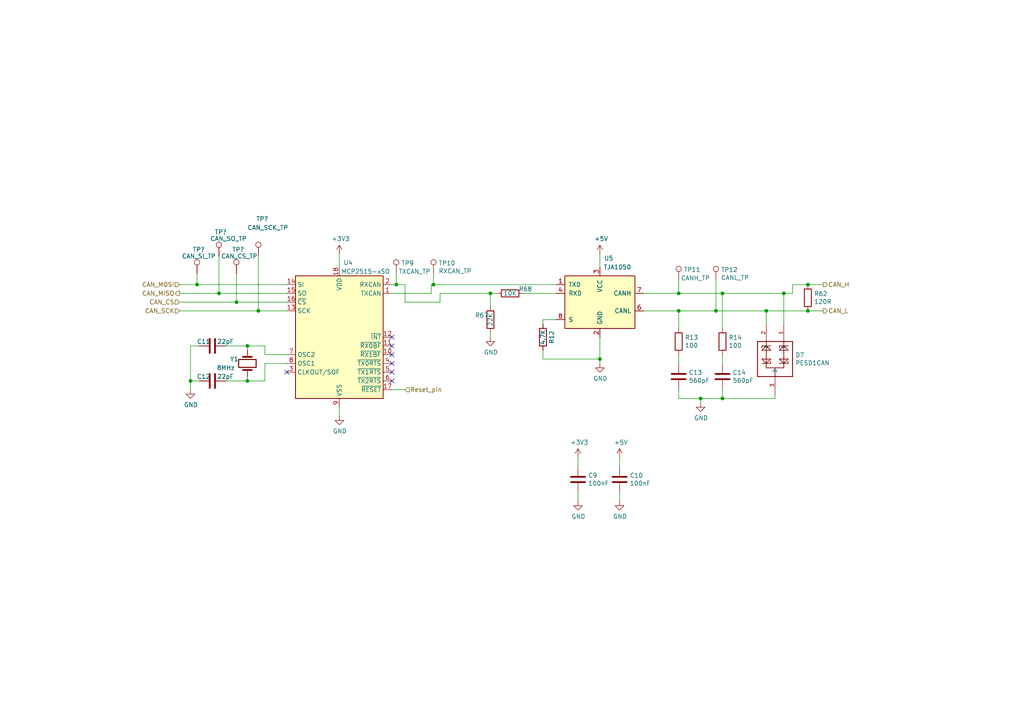
<source format=kicad_sch>
(kicad_sch (version 20230121) (generator eeschema)
  (paper "A4")
  (title_block (date "2021-04-05") (rev "2.3.3.3") (company "Evoke Motorcycles"))
  (lib_symbols
    (symbol "ESP32-CAN-rescue:+3.3V-power" (power) (pin_names (offset 0))
      (property "Value" "+3.3V-power" (at 0 3.556 0))
      (symbol "+3.3V-power_0_1"
        (polyline (pts (xy -0.762 1.27) (xy 0 2.54)))
        (polyline (pts (xy 0 0) (xy 0 2.54)))
        (polyline (pts (xy 0 2.54) (xy 0.762 1.27)))
      )
      (symbol "+3.3V-power_1_1"
        (pin power_in line (at 0 0 90) (length 0) hide (name "+3V3") (number "1"))
      )
    )
    (symbol "ESP32-CAN-rescue:+5V-power" (power) (pin_names (offset 0))
      (property "Value" "+5V-power" (at 0 3.556 0))
      (symbol "+5V-power_0_1"
        (polyline (pts (xy -0.762 1.27) (xy 0 2.54)))
        (polyline (pts (xy 0 0) (xy 0 2.54)))
        (polyline (pts (xy 0 2.54) (xy 0.762 1.27)))
      )
      (symbol "+5V-power_1_1"
        (pin power_in line (at 0 0 90) (length 0) hide (name "+5V") (number "1"))
      )
    )
    (symbol "ESP32-CAN-rescue:C-Device" (pin_numbers hide) (pin_names (offset 0.254))
      (property "Reference" "C" (at 0.635 2.54 0))
      (property "Value" "C-Device" (at 0.635 -2.54 0))
      (symbol "C-Device_0_1"
        (polyline (pts (xy -2.032 -0.762) (xy 2.032 -0.762)) (stroke (width 0.508)))
        (polyline (pts (xy -2.032 0.762) (xy 2.032 0.762)) (stroke (width 0.508)))
      )
      (symbol "C-Device_1_1"
        (pin passive line (at 0 3.81 270) (length 2.794) (name "~") (number "1"))
        (pin passive line (at 0 -3.81 90) (length 2.794) (name "~") (number "2"))
      )
    )
    (symbol "ESP32-CAN-rescue:Crystal-Device" (pin_numbers hide) (pin_names (offset 1.016) hide)
      (property "Reference" "Y" (at 0 3.81 0))
      (property "Value" "Crystal-Device" (at 0 -3.81 0))
      (symbol "Crystal-Device_0_1"
        (rectangle (start -1.143 2.54) (end 1.143 -2.54) (stroke (width 0.3048)))
        (polyline (pts (xy -2.54 0) (xy -1.905 0)))
        (polyline (pts (xy -1.905 -1.27) (xy -1.905 1.27)) (stroke (width 0.508)))
        (polyline (pts (xy 1.905 -1.27) (xy 1.905 1.27)) (stroke (width 0.508)))
        (polyline (pts (xy 2.54 0) (xy 1.905 0)))
      )
      (symbol "Crystal-Device_1_1"
        (pin passive line (at -3.81 0 0) (length 1.27) (name "1") (number "1"))
        (pin passive line (at 3.81 0 180) (length 1.27) (name "2") (number "2"))
      )
    )
    (symbol "ESP32-CAN-rescue:GND-power" (power) (pin_names (offset 0))
      (property "Value" "GND-power" (at 0 -3.81 0))
      (symbol "GND-power_0_1"
        (polyline (pts (xy 0 0) (xy 0 -1.27) (xy 1.27 -1.27) (xy 0 -2.54) (xy -1.27 -1.27) (xy 0 -1.27)))
      )
      (symbol "GND-power_1_1"
        (pin power_in line (at 0 0 270) (length 0) hide (name "GND") (number "1"))
      )
    )
    (symbol "ESP32-CAN-rescue:MCP2515-xSO-Interface_CAN_LIN"
      (property "Reference" "U" (at -10.16 19.685 0))
      (property "Value" "MCP2515-xSO-Interface_CAN_LIN" (at 19.05 20.32 0))
      (symbol "MCP2515-xSO-Interface_CAN_LIN_0_1"
        (rectangle (start -12.7 17.78) (end 12.7 -17.78) (stroke (width 0.254)) (fill (type background)))
      )
      (symbol "MCP2515-xSO-Interface_CAN_LIN_1_1"
        (pin output line (at 15.24 12.7 180) (length 2.54) (name "TXCAN") (number "1"))
        (pin output line (at 15.24 -5.08 180) (length 2.54) (name "~{RX1BF}") (number "10"))
        (pin output line (at 15.24 -2.54 180) (length 2.54) (name "~{RX0BF}") (number "11"))
        (pin output line (at 15.24 0 180) (length 2.54) (name "~{INT}") (number "12"))
        (pin input line (at -15.24 7.62 0) (length 2.54) (name "SCK") (number "13"))
        (pin input line (at -15.24 15.24 0) (length 2.54) (name "SI") (number "14"))
        (pin output line (at -15.24 12.7 0) (length 2.54) (name "SO") (number "15"))
        (pin input line (at -15.24 10.16 0) (length 2.54) (name "~{CS}") (number "16"))
        (pin input line (at 15.24 -15.24 180) (length 2.54) (name "~{RESET}") (number "17"))
        (pin power_in line (at 0 20.32 270) (length 2.54) (name "VDD") (number "18"))
        (pin input line (at 15.24 15.24 180) (length 2.54) (name "RXCAN") (number "2"))
        (pin output line (at -15.24 -10.16 0) (length 2.54) (name "CLKOUT/SOF") (number "3"))
        (pin input line (at 15.24 -7.62 180) (length 2.54) (name "~{TX0RTS}") (number "4"))
        (pin input line (at 15.24 -10.16 180) (length 2.54) (name "~{TX1RTS}") (number "5"))
        (pin input line (at 15.24 -12.7 180) (length 2.54) (name "~{TX2RTS}") (number "6"))
        (pin output line (at -15.24 -5.08 0) (length 2.54) (name "OSC2") (number "7"))
        (pin input line (at -15.24 -7.62 0) (length 2.54) (name "OSC1") (number "8"))
        (pin power_in line (at 0 -20.32 90) (length 2.54) (name "VSS") (number "9"))
      )
    )
    (symbol "ESP32-CAN-rescue:R-Device" (pin_numbers hide) (pin_names (offset 0))
      (property "Reference" "R" (at 2.032 0 90))
      (property "Value" "R-Device" (at 0 0 90))
      (symbol "R-Device_0_1"
        (rectangle (start -1.016 -2.54) (end 1.016 2.54) (stroke (width 0.254)))
      )
      (symbol "R-Device_1_1"
        (pin passive line (at 0 3.81 270) (length 1.27) (name "~") (number "1"))
        (pin passive line (at 0 -3.81 90) (length 1.27) (name "~") (number "2"))
      )
    )
    (symbol "ESP32-CAN-rescue:TJA1051T-Interface_CAN_LIN" (pin_names (offset 1.016))
      (property "Reference" "U" (at -10.16 8.89 0))
      (property "Value" "TJA1051T-Interface_CAN_LIN" (at 1.27 8.89 0))
      (symbol "TJA1051T-Interface_CAN_LIN_0_1"
        (rectangle (start -10.16 7.62) (end 10.16 -7.62) (stroke (width 0.254)) (fill (type background)))
      )
      (symbol "TJA1051T-Interface_CAN_LIN_1_1"
        (pin input line (at -12.7 5.08 0) (length 2.54) (name "TXD") (number "1"))
        (pin power_in line (at 0 -10.16 90) (length 2.54) (name "GND") (number "2"))
        (pin power_in line (at 0 10.16 270) (length 2.54) (name "VCC") (number "3"))
        (pin output line (at -12.7 2.54 0) (length 2.54) (name "RXD") (number "4"))
        (pin no_connect line (at -12.7 -2.54 0) (length 2.54) hide (name "n.c.") (number "5"))
        (pin bidirectional line (at 12.7 -2.54 180) (length 2.54) (name "CANL") (number "6"))
        (pin bidirectional line (at 12.7 2.54 180) (length 2.54) (name "CANH") (number "7"))
        (pin input line (at -12.7 -5.08 0) (length 2.54) (name "S") (number "8"))
      )
    )
    (symbol "ESP32-CAN-rescue:TestPoint-Connector" (pin_numbers hide) (pin_names (offset 0.762) hide)
      (property "Reference" "TP" (at 0 6.858 0))
      (property "Value" "TestPoint-Connector" (at 0 5.08 0))
      (symbol "TestPoint-Connector_0_1"
        (circle (center 0 3.302) (radius 0.762))
      )
      (symbol "TestPoint-Connector_1_1"
        (pin passive line (at 0 0 90) (length 2.54) (name "1") (number "1"))
      )
    )
    (symbol "PESD1CAN:PESD1CAN" (pin_names (offset 1.016))
      (property "Reference" "D" (at 0 11.43 0))
      (property "Value" "PESD1CAN" (at 0 -2.54 0))
      (symbol "PESD1CAN_0_0"
        (polyline (pts (xy 0 0) (xy 10.16 0)) (stroke (width 0.254)))
        (polyline (pts (xy 0 2.54) (xy 0 0)) (stroke (width 0.254)))
        (polyline (pts (xy 0 2.54) (xy 1.27 2.54)) (stroke (width 0.2032)))
        (polyline (pts (xy 0 7.62) (xy 0 2.54)) (stroke (width 0.254)))
        (polyline (pts (xy 0 7.62) (xy 1.27 7.62)) (stroke (width 0.2032)))
        (polyline (pts (xy 0 10.16) (xy 0 7.62)) (stroke (width 0.254)))
        (polyline (pts (xy 1.27 1.27) (xy 1.905 1.27)) (stroke (width 0.2032)))
        (polyline (pts (xy 1.27 2.54) (xy 1.27 1.27)) (stroke (width 0.2032)))
        (polyline (pts (xy 1.27 2.54) (xy 2.54 3.81)) (stroke (width 0.2032)))
        (polyline (pts (xy 1.27 2.54) (xy 6.35 2.54)) (stroke (width 0.2032)))
        (polyline (pts (xy 1.27 3.81) (xy 1.27 2.54)) (stroke (width 0.2032)))
        (polyline (pts (xy 1.27 6.35) (xy 1.905 6.35)) (stroke (width 0.2032)))
        (polyline (pts (xy 1.27 7.62) (xy 1.27 6.35)) (stroke (width 0.2032)))
        (polyline (pts (xy 1.27 7.62) (xy 2.54 8.89)) (stroke (width 0.2032)))
        (polyline (pts (xy 1.27 7.62) (xy 6.35 7.62)) (stroke (width 0.2032)))
        (polyline (pts (xy 1.27 8.89) (xy 1.27 7.62)) (stroke (width 0.2032)))
        (polyline (pts (xy 2.54 1.27) (xy 1.27 2.54)) (stroke (width 0.2032)))
        (polyline (pts (xy 2.54 3.81) (xy 2.54 1.27)) (stroke (width 0.2032)))
        (polyline (pts (xy 2.54 6.35) (xy 1.27 7.62)) (stroke (width 0.2032)))
        (polyline (pts (xy 2.54 8.89) (xy 2.54 6.35)) (stroke (width 0.2032)))
        (polyline (pts (xy 5.08 1.27) (xy 6.35 2.54)) (stroke (width 0.2032)))
        (polyline (pts (xy 5.08 3.81) (xy 5.08 1.27)) (stroke (width 0.2032)))
        (polyline (pts (xy 5.08 6.35) (xy 6.35 7.62)) (stroke (width 0.2032)))
        (polyline (pts (xy 5.08 8.89) (xy 5.08 6.35)) (stroke (width 0.2032)))
        (polyline (pts (xy 6.35 1.27) (xy 6.35 2.54)) (stroke (width 0.2032)))
        (polyline (pts (xy 6.35 2.54) (xy 5.08 3.81)) (stroke (width 0.2032)))
        (polyline (pts (xy 6.35 2.54) (xy 6.35 3.81)) (stroke (width 0.2032)))
        (polyline (pts (xy 6.35 2.54) (xy 7.62 2.54)) (stroke (width 0.2032)))
        (polyline (pts (xy 6.35 3.81) (xy 5.715 3.81)) (stroke (width 0.2032)))
        (polyline (pts (xy 6.35 6.35) (xy 6.35 7.62)) (stroke (width 0.2032)))
        (polyline (pts (xy 6.35 7.62) (xy 5.08 8.89)) (stroke (width 0.2032)))
        (polyline (pts (xy 6.35 7.62) (xy 6.35 8.89)) (stroke (width 0.2032)))
        (polyline (pts (xy 6.35 7.62) (xy 7.62 7.62)) (stroke (width 0.2032)))
        (polyline (pts (xy 6.35 8.89) (xy 5.715 8.89)) (stroke (width 0.2032)))
        (polyline (pts (xy 7.62 5.08) (xy 7.62 2.54)) (stroke (width 0.2032)))
        (polyline (pts (xy 7.62 5.08) (xy 10.16 5.08)) (stroke (width 0.2032)))
        (polyline (pts (xy 7.62 7.62) (xy 7.62 5.08)) (stroke (width 0.2032)))
        (polyline (pts (xy 10.16 0) (xy 10.16 10.16)) (stroke (width 0.254)))
        (polyline (pts (xy 10.16 10.16) (xy 0 10.16)) (stroke (width 0.254)))
        (pin bidirectional line (at -5.08 7.62 0) (length 5.08) (name "1") (number "1"))
        (pin bidirectional line (at -5.08 2.54 0) (length 5.08) (name "2") (number "2"))
        (pin passive line (at 15.24 5.08 180) (length 5.08) (name "3") (number "3"))
      )
    )
    (symbol "PESD1CAN_1" (pin_names (offset 1.016))
      (property "Reference" "D" (at 0 11.43 0))
      (property "Value" "PESD1CAN" (at 0 -2.54 0))
      (symbol "PESD1CAN_1_0_0"
        (polyline (pts (xy 0 0) (xy 10.16 0)) (stroke (width 0.254)))
        (polyline (pts (xy 0 2.54) (xy 0 0)) (stroke (width 0.254)))
        (polyline (pts (xy 0 2.54) (xy 1.27 2.54)) (stroke (width 0.2032)))
        (polyline (pts (xy 0 7.62) (xy 0 2.54)) (stroke (width 0.254)))
        (polyline (pts (xy 0 7.62) (xy 1.27 7.62)) (stroke (width 0.2032)))
        (polyline (pts (xy 0 10.16) (xy 0 7.62)) (stroke (width 0.254)))
        (polyline (pts (xy 1.27 1.27) (xy 1.905 1.27)) (stroke (width 0.2032)))
        (polyline (pts (xy 1.27 2.54) (xy 1.27 1.27)) (stroke (width 0.2032)))
        (polyline (pts (xy 1.27 2.54) (xy 2.54 3.81)) (stroke (width 0.2032)))
        (polyline (pts (xy 1.27 2.54) (xy 6.35 2.54)) (stroke (width 0.2032)))
        (polyline (pts (xy 1.27 3.81) (xy 1.27 2.54)) (stroke (width 0.2032)))
        (polyline (pts (xy 1.27 6.35) (xy 1.905 6.35)) (stroke (width 0.2032)))
        (polyline (pts (xy 1.27 7.62) (xy 1.27 6.35)) (stroke (width 0.2032)))
        (polyline (pts (xy 1.27 7.62) (xy 2.54 8.89)) (stroke (width 0.2032)))
        (polyline (pts (xy 1.27 7.62) (xy 6.35 7.62)) (stroke (width 0.2032)))
        (polyline (pts (xy 1.27 8.89) (xy 1.27 7.62)) (stroke (width 0.2032)))
        (polyline (pts (xy 2.54 1.27) (xy 1.27 2.54)) (stroke (width 0.2032)))
        (polyline (pts (xy 2.54 3.81) (xy 2.54 1.27)) (stroke (width 0.2032)))
        (polyline (pts (xy 2.54 6.35) (xy 1.27 7.62)) (stroke (width 0.2032)))
        (polyline (pts (xy 2.54 8.89) (xy 2.54 6.35)) (stroke (width 0.2032)))
        (polyline (pts (xy 5.08 1.27) (xy 6.35 2.54)) (stroke (width 0.2032)))
        (polyline (pts (xy 5.08 3.81) (xy 5.08 1.27)) (stroke (width 0.2032)))
        (polyline (pts (xy 5.08 6.35) (xy 6.35 7.62)) (stroke (width 0.2032)))
        (polyline (pts (xy 5.08 8.89) (xy 5.08 6.35)) (stroke (width 0.2032)))
        (polyline (pts (xy 6.35 1.27) (xy 6.35 2.54)) (stroke (width 0.2032)))
        (polyline (pts (xy 6.35 2.54) (xy 5.08 3.81)) (stroke (width 0.2032)))
        (polyline (pts (xy 6.35 2.54) (xy 6.35 3.81)) (stroke (width 0.2032)))
        (polyline (pts (xy 6.35 2.54) (xy 7.62 2.54)) (stroke (width 0.2032)))
        (polyline (pts (xy 6.35 3.81) (xy 5.715 3.81)) (stroke (width 0.2032)))
        (polyline (pts (xy 6.35 6.35) (xy 6.35 7.62)) (stroke (width 0.2032)))
        (polyline (pts (xy 6.35 7.62) (xy 5.08 8.89)) (stroke (width 0.2032)))
        (polyline (pts (xy 6.35 7.62) (xy 6.35 8.89)) (stroke (width 0.2032)))
        (polyline (pts (xy 6.35 7.62) (xy 7.62 7.62)) (stroke (width 0.2032)))
        (polyline (pts (xy 6.35 8.89) (xy 5.715 8.89)) (stroke (width 0.2032)))
        (polyline (pts (xy 7.62 5.08) (xy 7.62 2.54)) (stroke (width 0.2032)))
        (polyline (pts (xy 7.62 5.08) (xy 10.16 5.08)) (stroke (width 0.2032)))
        (polyline (pts (xy 7.62 7.62) (xy 7.62 5.08)) (stroke (width 0.2032)))
        (polyline (pts (xy 10.16 0) (xy 10.16 10.16)) (stroke (width 0.254)))
        (polyline (pts (xy 10.16 10.16) (xy 0 10.16)) (stroke (width 0.254)))
        (pin bidirectional line (at -5.08 7.62 0) (length 5.08) (name "1") (number "1"))
        (pin bidirectional line (at -5.08 2.54 0) (length 5.08) (name "2") (number "2"))
        (pin passive line (at 15.24 5.08 180) (length 5.08) (name "3") (number "3"))
      )
    )
  )
  (junction (at 209.55 85.09))
  (junction (at 209.55 115.57))
  (junction (at 114.935 82.55))
  (junction (at 57.15 82.55))
  (junction (at 207.645 90.17))
  (junction (at 74.93 90.17))
  (junction (at 227.33 85.09))
  (junction (at 142.24 85.09))
  (junction (at 234.315 82.55))
  (junction (at 196.85 90.17))
  (junction (at 173.99 104.14))
  (junction (at 222.25 90.17))
  (junction (at 71.755 100.33))
  (junction (at 71.755 110.49))
  (junction (at 234.315 90.17))
  (junction (at 68.58 87.63))
  (junction (at 203.2 115.57))
  (junction (at 125.73 82.55))
  (junction (at 55.245 110.49))
  (junction (at 196.85 85.09))
  (junction (at 63.5 85.09))
  (no_connect (at 113.665 102.87))
  (no_connect (at 113.665 110.49))
  (no_connect (at 83.185 107.95))
  (no_connect (at 113.665 107.95))
  (no_connect (at 113.665 105.41))
  (no_connect (at 113.665 100.33))
  (no_connect (at 113.665 97.79))
  (wire (pts (xy 209.55 115.57) (xy 224.79 115.57)))
  (wire (pts (xy 125.095 82.55) (xy 125.73 82.55)))
  (wire (pts (xy 222.25 93.98) (xy 222.25 90.17)))
  (wire (pts (xy 209.55 115.57) (xy 209.55 113.03)))
  (wire (pts (xy 63.5 85.09) (xy 83.185 85.09)))
  (wire (pts (xy 227.33 85.09) (xy 229.87 85.09)))
  (wire (pts (xy 207.645 81.28) (xy 207.645 90.17)))
  (wire (pts (xy 186.69 90.17) (xy 196.85 90.17)))
  (wire (pts (xy 196.85 102.87) (xy 196.85 105.41)))
  (wire (pts (xy 55.245 110.49) (xy 55.245 113.03)))
  (wire (pts (xy 52.07 85.09) (xy 63.5 85.09)))
  (wire (pts (xy 157.48 101.6) (xy 157.48 104.14)))
  (wire (pts (xy 127.635 85.09) (xy 142.24 85.09)))
  (wire (pts (xy 68.58 87.63) (xy 52.07 87.63)))
  (wire (pts (xy 125.095 85.09) (xy 125.095 82.55)))
  (wire (pts (xy 196.85 90.17) (xy 207.645 90.17)))
  (wire (pts (xy 203.2 116.84) (xy 203.2 115.57)))
  (wire (pts (xy 83.185 105.41) (xy 76.835 105.41)))
  (wire (pts (xy 117.475 82.55) (xy 114.935 82.55)))
  (wire (pts (xy 234.315 90.17) (xy 222.25 90.17)))
  (wire (pts (xy 71.755 110.49) (xy 71.755 109.22)))
  (wire (pts (xy 229.87 82.55) (xy 234.315 82.55)))
  (wire (pts (xy 55.245 110.49) (xy 57.785 110.49)))
  (wire (pts (xy 161.29 85.09) (xy 151.765 85.09)))
  (wire (pts (xy 161.29 92.71) (xy 157.48 92.71)))
  (wire (pts (xy 74.93 74.295) (xy 74.93 90.17)))
  (wire (pts (xy 71.755 100.33) (xy 65.405 100.33)))
  (wire (pts (xy 98.425 120.65) (xy 98.425 118.11)))
  (wire (pts (xy 229.87 85.09) (xy 229.87 82.55)))
  (wire (pts (xy 224.79 115.57) (xy 224.79 114.3)))
  (wire (pts (xy 207.645 90.17) (xy 222.25 90.17)))
  (wire (pts (xy 125.73 79.375) (xy 125.73 82.55)))
  (wire (pts (xy 238.76 82.55) (xy 234.315 82.55)))
  (wire (pts (xy 83.185 82.55) (xy 57.15 82.55)))
  (wire (pts (xy 98.425 73.66) (xy 98.425 77.47)))
  (wire (pts (xy 71.755 100.33) (xy 71.755 101.6)))
  (wire (pts (xy 65.405 110.49) (xy 71.755 110.49)))
  (wire (pts (xy 238.76 90.17) (xy 234.315 90.17)))
  (wire (pts (xy 68.58 87.63) (xy 83.185 87.63)))
  (wire (pts (xy 157.48 104.14) (xy 173.99 104.14)))
  (wire (pts (xy 142.24 97.79) (xy 142.24 96.52)))
  (wire (pts (xy 125.73 82.55) (xy 161.29 82.55)))
  (wire (pts (xy 227.33 93.98) (xy 227.33 85.09)))
  (wire (pts (xy 76.835 110.49) (xy 71.755 110.49)))
  (wire (pts (xy 63.5 74.295) (xy 63.5 85.09)))
  (wire (pts (xy 173.99 104.14) (xy 173.99 97.79)))
  (wire (pts (xy 173.99 73.66) (xy 173.99 77.47)))
  (wire (pts (xy 68.58 79.375) (xy 68.58 87.63)))
  (wire (pts (xy 117.475 87.63) (xy 117.475 82.55)))
  (wire (pts (xy 167.64 132.715) (xy 167.64 135.255)))
  (wire (pts (xy 167.64 142.875) (xy 167.64 145.415)))
  (wire (pts (xy 113.665 85.09) (xy 125.095 85.09)))
  (wire (pts (xy 142.24 85.09) (xy 142.24 88.9)))
  (wire (pts (xy 142.24 85.09) (xy 144.145 85.09)))
  (wire (pts (xy 173.99 105.41) (xy 173.99 104.14)))
  (wire (pts (xy 55.245 100.33) (xy 55.245 110.49)))
  (wire (pts (xy 57.15 79.375) (xy 57.15 82.55)))
  (wire (pts (xy 157.48 92.71) (xy 157.48 93.98)))
  (wire (pts (xy 209.55 102.87) (xy 209.55 105.41)))
  (wire (pts (xy 186.69 85.09) (xy 196.85 85.09)))
  (wire (pts (xy 196.85 115.57) (xy 203.2 115.57)))
  (wire (pts (xy 113.665 113.03) (xy 117.475 113.03)))
  (wire (pts (xy 57.785 100.33) (xy 55.245 100.33)))
  (wire (pts (xy 57.15 82.55) (xy 52.07 82.55)))
  (wire (pts (xy 76.835 102.87) (xy 76.835 100.33)))
  (wire (pts (xy 83.185 90.17) (xy 74.93 90.17)))
  (wire (pts (xy 196.85 95.25) (xy 196.85 90.17)))
  (wire (pts (xy 179.705 132.715) (xy 179.705 135.255)))
  (wire (pts (xy 196.85 113.03) (xy 196.85 115.57)))
  (wire (pts (xy 196.85 81.28) (xy 196.85 85.09)))
  (wire (pts (xy 83.185 102.87) (xy 76.835 102.87)))
  (wire (pts (xy 114.935 79.375) (xy 114.935 82.55)))
  (wire (pts (xy 127.635 87.63) (xy 117.475 87.63)))
  (wire (pts (xy 196.85 85.09) (xy 209.55 85.09)))
  (wire (pts (xy 127.635 85.09) (xy 127.635 87.63)))
  (wire (pts (xy 76.835 105.41) (xy 76.835 110.49)))
  (wire (pts (xy 114.935 82.55) (xy 113.665 82.55)))
  (wire (pts (xy 76.835 100.33) (xy 71.755 100.33)))
  (wire (pts (xy 209.55 95.25) (xy 209.55 85.09)))
  (wire (pts (xy 179.705 142.875) (xy 179.705 145.415)))
  (wire (pts (xy 74.93 90.17) (xy 52.07 90.17)))
  (wire (pts (xy 209.55 85.09) (xy 227.33 85.09)))
  (wire (pts (xy 203.2 115.57) (xy 209.55 115.57)))
  (hierarchical_label "CAN_MOSI" (shape input) (at 52.07 82.55 180))
  (hierarchical_label "CAN_CS" (shape input) (at 52.07 87.63 180))
  (hierarchical_label "CAN_H" (shape output) (at 238.76 82.55 0))
  (hierarchical_label "Reset_pin" (shape input) (at 117.475 113.03 0))
  (hierarchical_label "CAN_L" (shape output) (at 238.76 90.17 0))
  (hierarchical_label "CAN_MISO" (shape output) (at 52.07 85.09 180))
  (hierarchical_label "CAN_SCK" (shape input) (at 52.07 90.17 180))
  (symbol (lib_id "ESP32-CAN-rescue:+3.3V-power") (at 167.64 132.715 0) (unit 1)
    (property "Reference" "#PWR021" (effects hide))
    (property "Value" "+3.3V" (at 168.021 128.3208 0))
  )
  (symbol (lib_id "ESP32-CAN-rescue:+3.3V-power") (at 98.425 73.66 0) (unit 1)
    (property "Reference" "#PWR024" (effects hide))
    (property "Value" "+3.3V" (at 98.806 69.2658 0))
  )
  (symbol (lib_id "ESP32-CAN-rescue:MCP2515-xSO-Interface_CAN_LIN") (at 98.425 97.79 0) (unit 1)
    (property "Reference" "U4" (at 100.965 76.2 0))
    (property "Value" "MCP2515-xSO" (at 106.045 78.74 0))
    (property "Footprint" "Package_SO:SOIC-18W_7.5x11.6mm_P1.27mm" (effects hide))
    (property "Datasheet" "http://ww1.microchip.com/downloads/en/DeviceDoc/21801e.pdf" (effects hide))
    (instances (project "ESP32-CAN" (path "" (reference "U4") (unit 1)) (path "" (reference "U?") (unit 1))))
  )
  (symbol (lib_id "ESP32-CAN-rescue:Crystal-Device") (at 71.755 105.41 270) (unit 1)
    (property "Reference" "Y1" (at 66.675 104.14 90) (effects (justify left)))
    (property "Value" "8MHz" (at 62.865 106.68 90) (effects (justify left)))
    (property "Footprint" "Crystal:Crystal_SMD_5032-2Pin_5.0x3.2mm" (effects hide))
  )
  (symbol (lib_id "ESP32-CAN-rescue:GND-power") (at 98.425 120.65 0) (unit 1)
    (property "Reference" "#PWR025" (effects hide))
    (property "Value" "GND" (at 98.552 125.0442 0))
  )
  (symbol (lib_id "ESP32-CAN-rescue:C-Device") (at 61.595 100.33 270) (unit 1)
    (property "Reference" "C11" (at 59.055 99.06 90))
    (property "Value" "22pF" (at 65.405 99.06 90))
    (property "Footprint" "Capacitor_SMD:C_0603_1608Metric" (effects hide))
  )
  (symbol (lib_id "ESP32-CAN-rescue:C-Device") (at 61.595 110.49 270) (unit 1)
    (property "Reference" "C12" (at 59.055 109.22 90))
    (property "Value" "22pF" (at 65.405 109.22 90))
    (property "Footprint" "Capacitor_SMD:C_0603_1608Metric" (effects hide))
  )
  (symbol (lib_id "ESP32-CAN-rescue:GND-power") (at 55.245 113.03 0) (unit 1)
    (property "Reference" "#PWR023" (effects hide))
    (property "Value" "GND" (at 55.372 117.4242 0))
  )
  (symbol (lib_id "ESP32-CAN-rescue:C-Device") (at 179.705 139.065 0) (unit 1)
    (property "Reference" "C10" (at 182.626 137.8966 0) (effects (justify left)))
    (property "Value" "100nF" (at 182.626 140.208 0) (effects (justify left)))
    (property "Footprint" "Capacitor_SMD:C_0603_1608Metric" (effects hide))
  )
  (symbol (lib_id "ESP32-CAN-rescue:GND-power") (at 167.64 145.415 0) (unit 1)
    (property "Reference" "#PWR022" (effects hide))
    (property "Value" "GND" (at 167.767 149.8092 0))
  )
  (symbol (lib_id "ESP32-CAN-rescue:TJA1051T-Interface_CAN_LIN") (at 173.99 87.63 0) (unit 1)
    (property "Reference" "U5" (at 176.53 74.93 0))
    (property "Value" "TJA1050" (at 179.07 77.47 0))
    (property "Footprint" "Package_SO:SOIC-8_3.9x4.9mm_P1.27mm" (effects hide))
    (property "Datasheet" "http://www.nxp.com/documents/data_sheet/TJA1051.pdf" (effects hide))
  )
  (symbol (lib_id "ESP32-CAN-rescue:C-Device") (at 167.64 139.065 0) (unit 1)
    (property "Reference" "C9" (at 170.561 137.8966 0) (effects (justify left)))
    (property "Value" "100nF" (at 170.561 140.208 0) (effects (justify left)))
    (property "Footprint" "Capacitor_SMD:C_0603_1608Metric" (effects hide))
  )
  (symbol (lib_id "ESP32-CAN-rescue:GND-power") (at 173.99 105.41 0) (unit 1)
    (property "Reference" "#PWR028" (effects hide))
    (property "Value" "GND" (at 174.117 109.8042 0))
  )
  (symbol (lib_id "ESP32-CAN-rescue:R-Device") (at 157.48 97.79 180) (unit 1)
    (property "Reference" "R12" (at 160.02 97.79 90))
    (property "Value" "4.7K" (at 157.48 97.79 90))
    (property "Footprint" "Resistor_SMD:R_0603_1608Metric" (effects hide))
  )
  (symbol (lib_id "ESP32-CAN-rescue:C-Device") (at 196.85 109.22 0) (unit 1)
    (property "Reference" "C13" (at 199.771 108.0516 0) (effects (justify left)))
    (property "Value" "560pF" (at 199.771 110.363 0) (effects (justify left)))
    (property "Footprint" "Capacitor_SMD:C_0603_1608Metric" (effects hide))
  )
  (symbol (lib_id "ESP32-CAN-rescue:C-Device") (at 209.55 109.22 0) (unit 1)
    (property "Reference" "C14" (at 212.471 108.0516 0) (effects (justify left)))
    (property "Value" "560pF" (at 212.471 110.363 0) (effects (justify left)))
    (property "Footprint" "Capacitor_SMD:C_0603_1608Metric" (effects hide))
  )
  (symbol (lib_id "ESP32-CAN-rescue:R-Device") (at 196.85 99.06 0) (unit 1)
    (property "Reference" "R13" (at 198.628 97.8916 0) (effects (justify left)))
    (property "Value" "100" (at 198.628 100.203 0) (effects (justify left)))
    (property "Footprint" "Resistor_SMD:R_0603_1608Metric" (effects hide))
  )
  (symbol (lib_id "ESP32-CAN-rescue:R-Device") (at 209.55 99.06 0) (unit 1)
    (property "Reference" "R14" (at 211.328 97.8916 0) (effects (justify left)))
    (property "Value" "100" (at 211.328 100.203 0) (effects (justify left)))
    (property "Footprint" "Resistor_SMD:R_0603_1608Metric" (effects hide))
  )
  (symbol (lib_id "ESP32-CAN-rescue:GND-power") (at 203.2 116.84 0) (unit 1)
    (property "Reference" "#PWR029" (effects hide))
    (property "Value" "GND" (at 203.327 121.2342 0))
  )
  (symbol (lib_name "PESD1CAN_1") (lib_id "PESD1CAN:PESD1CAN") (at 219.71 99.06 270) (unit 1)
    (property "Reference" "D7" (at 230.632 102.9716 90) (effects (justify left)))
    (property "Value" "PESD1CAN" (at 230.632 105.283 90) (effects (justify left)))
    (property "Footprint" "Package_TO_SOT_SMD:SOT-23" (effects hide))
    (property "Field4" "Unavailable" (effects hide))
    (property "Field5" "None" (effects hide))
    (property "Field6" "ESD Suppressor TVS 23KV 3-Pin TO-236AB" (effects hide))
    (property "Field7" "None" (effects hide))
    (property "Field8" "Nexperia USA" (effects hide))
  )
  (symbol (lib_id "ESP32-CAN-rescue:R-Device") (at 234.315 86.36 0) (unit 1)
    (property "Reference" "R62" (at 236.093 85.1916 0) (effects (justify left)))
    (property "Value" "120R" (at 236.093 87.503 0) (effects (justify left)))
    (property "Footprint" "Resistor_SMD:R_1206_3216Metric" (effects hide))
  )
  (symbol (lib_id "ESP32-CAN-rescue:R-Device") (at 147.955 85.09 270) (unit 1)
    (property "Reference" "R68" (at 152.4 83.82 90))
    (property "Value" "10K" (at 147.955 85.09 90))
    (property "Footprint" "Resistor_SMD:R_0603_1608Metric" (effects hide))
  )
  (symbol (lib_id "ESP32-CAN-rescue:+5V-power") (at 173.99 73.66 0) (unit 1)
    (property "Reference" "#PWR0121" (effects hide))
    (property "Value" "+5V" (at 174.371 69.2658 0))
  )
  (symbol (lib_id "ESP32-CAN-rescue:+5V-power") (at 179.705 132.715 0) (unit 1)
    (property "Reference" "#PWR0122" (effects hide))
    (property "Value" "+5V" (at 180.086 128.3208 0))
  )
  (symbol (lib_id "ESP32-CAN-rescue:GND-power") (at 179.705 145.415 0) (unit 1)
    (property "Reference" "#PWR0123" (effects hide))
    (property "Value" "GND" (at 179.832 149.8092 0))
  )
  (symbol (lib_id "ESP32-CAN-rescue:R-Device") (at 142.24 92.71 180) (unit 1)
    (property "Reference" "R67" (at 139.7 91.44 0))
    (property "Value" "22K" (at 142.24 92.71 90))
    (property "Footprint" "Resistor_SMD:R_0603_1608Metric" (effects hide))
  )
  (symbol (lib_id "ESP32-CAN-rescue:GND-power") (at 142.24 97.79 0) (unit 1)
    (property "Reference" "#PWR027" (effects hide))
    (property "Value" "GND" (at 142.367 102.1842 0))
  )
  (symbol (lib_id "ESP32-CAN-rescue:TestPoint-Connector") (at 125.73 79.375 0) (unit 1)
    (property "Reference" "TP10" (at 127.2032 76.327 0) (effects (justify left)))
    (property "Value" "RXCAN_TP" (at 127.2032 78.6384 0) (effects (justify left)))
    (property "Footprint" "TestPoint:TestPoint_Pad_D1.0mm" (effects hide))
    (instances (project "ESP32-CAN" (path "" (reference "TP10") (unit 1)) (path "" (reference "TP?") (unit 1)) (path "" (reference "TP10") (unit 1))))
  )
  (symbol (lib_id "ESP32-CAN-rescue:TestPoint-Connector") (at 114.935 79.375 0) (unit 1)
    (property "Reference" "TP9" (at 116.4082 76.327 0) (effects (justify left)))
    (property "Value" "TXCAN_TP" (at 115.57 78.74 0) (effects (justify left)))
    (property "Footprint" "TestPoint:TestPoint_Pad_D1.0mm" (effects hide))
    (instances (project "ESP32-CAN" (path "" (reference "TP9") (unit 1)) (path "" (reference "TP?") (unit 1)) (path "" (reference "TP9") (unit 1))))
  )
  (symbol (lib_id "ESP32-CAN-rescue:TestPoint-Connector") (at 57.15 79.375 0) (unit 1)
    (property "Reference" "TP?" (at 55.88 72.39 0) (effects (justify left)))
    (property "Value" "CAN_SI_TP" (at 52.705 74.295 0) (effects (justify left)))
    (property "Footprint" "TestPoint:TestPoint_Pad_D1.0mm" (effects hide))
    (instances (project "ESP32-CAN" (path "" (reference "TP?") (unit 1)) (path "" (reference "TP5") (unit 1)) (path "" (reference "TP5") (unit 1)) (path "" (reference "TP?") (unit 1))))
  )
  (symbol (lib_id "ESP32-CAN-rescue:TestPoint-Connector") (at 63.5 74.295 0) (unit 1)
    (property "Reference" "TP?" (at 62.23 67.31 0) (effects (justify left)))
    (property "Value" "CAN_SO_TP" (at 60.96 69.215 0) (effects (justify left)))
    (property "Footprint" "TestPoint:TestPoint_Pad_D1.0mm" (effects hide))
    (instances (project "ESP32-CAN" (path "" (reference "TP?") (unit 1)) (path "" (reference "TP6") (unit 1)) (path "" (reference "TP6") (unit 1)) (path "" (reference "TP?") (unit 1))))
  )
  (symbol (lib_id "ESP32-CAN-rescue:TestPoint-Connector") (at 68.58 79.375 0) (unit 1)
    (property "Reference" "TP?" (at 67.31 72.39 0) (effects (justify left)))
    (property "Value" "CAN_CS_TP" (at 64.135 74.295 0) (effects (justify left)))
    (property "Footprint" "TestPoint:TestPoint_Pad_D1.0mm" (effects hide))
    (instances (project "ESP32-CAN" (path "" (reference "TP?") (unit 1)) (path "" (reference "TP7") (unit 1)) (path "" (reference "TP7") (unit 1)) (path "" (reference "TP?") (unit 1))))
  )
  (symbol (lib_id "ESP32-CAN-rescue:TestPoint-Connector") (at 74.93 74.295 0) (unit 1)
    (property "Reference" "TP?" (at 74.295 63.5 0) (effects (justify left)))
    (property "Value" "CAN_SCK_TP" (at 71.755 66.04 0) (effects (justify left)))
    (property "Footprint" "TestPoint:TestPoint_Pad_D1.0mm" (effects hide))
    (instances (project "ESP32-CAN" (path "" (reference "TP?") (unit 1)) (path "" (reference "TP8") (unit 1)) (path "" (reference "TP8") (unit 1)) (path "" (reference "TP?") (unit 1))))
  )
  (symbol (lib_id "ESP32-CAN-rescue:TestPoint-Connector") (at 207.645 81.28 0) (unit 1)
    (property "Reference" "TP12" (at 209.1182 78.232 0) (effects (justify left)))
    (property "Value" "CANL_TP" (at 209.1182 80.5434 0) (effects (justify left)))
    (property "Footprint" "TestPoint:TestPoint_Pad_D1.0mm" (effects hide))
    (instances (project "ESP32-CAN" (path "" (reference "TP12") (unit 1)) (path "" (reference "TP?") (unit 1)) (path "" (reference "TP12") (unit 1))))
  )
  (symbol (lib_id "ESP32-CAN-rescue:TestPoint-Connector") (at 196.85 81.28 0) (unit 1)
    (property "Reference" "TP11" (at 198.3232 78.232 0) (effects (justify left)))
    (property "Value" "CANH_TP" (at 197.485 80.645 0) (effects (justify left)))
    (property "Footprint" "TestPoint:TestPoint_Pad_D1.0mm" (effects hide))
    (instances (project "ESP32-CAN" (path "" (reference "TP11") (unit 1)) (path "" (reference "TP?") (unit 1)) (path "" (reference "TP11") (unit 1))))
  )
)
</source>
